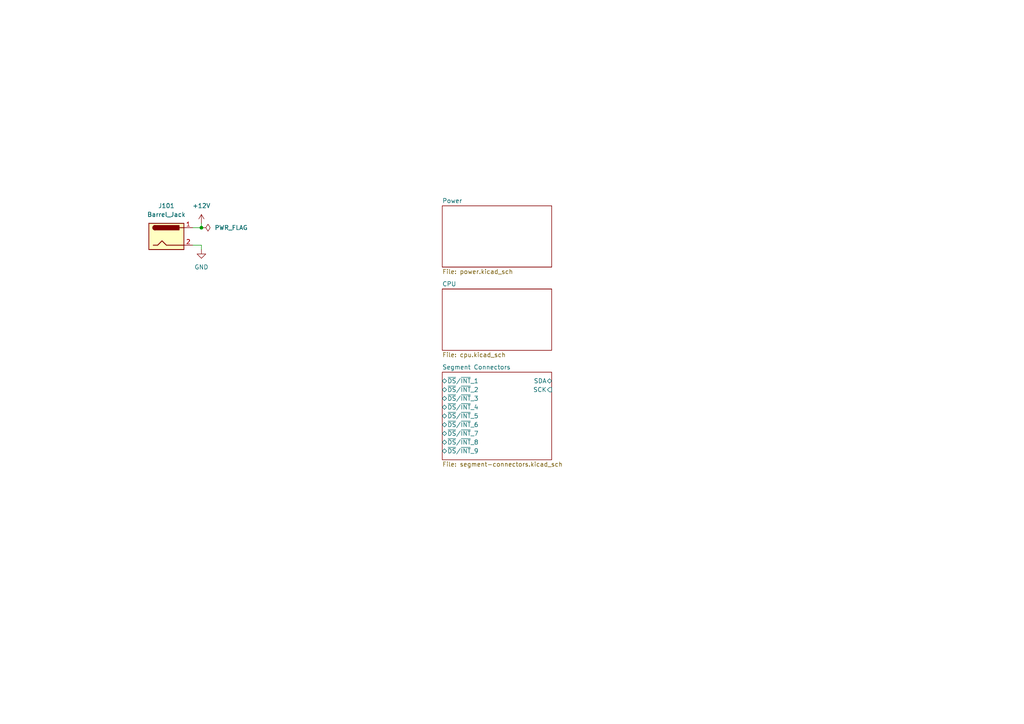
<source format=kicad_sch>
(kicad_sch (version 20230121) (generator eeschema)
  (paper "A4")
  (lib_symbols
    (symbol "Connector:Barrel_Jack" (pin_names (offset 1.016))
      (property "Reference" "J" (at 0 5.334 0))
      (property "Value" "Barrel_Jack" (at 0 -5.08 0))
      (symbol "Barrel_Jack_0_1"
        (rectangle (start -5.08 3.81) (end 5.08 -3.81) (stroke (width 0.254)) (fill (type background)))
        (arc (start -3.302 3.175) (mid -3.9343 2.54) (end -3.302 1.905) (stroke (width 0.254)))
        (arc (start -3.302 3.175) (mid -3.9343 2.54) (end -3.302 1.905) (stroke (width 0.254)) (fill (type outline)))
        (polyline (pts (xy 5.08 2.54) (xy 3.81 2.54)) (stroke (width 0.254)))
        (polyline (pts (xy -3.81 -2.54) (xy -2.54 -2.54) (xy -1.27 -1.27) (xy 0 -2.54) (xy 2.54 -2.54) (xy 5.08 -2.54)) (stroke (width 0.254)))
        (rectangle (start 3.683 3.175) (end -3.302 1.905) (stroke (width 0.254)) (fill (type outline)))
      )
      (symbol "Barrel_Jack_1_1"
        (pin passive line (at 7.62 2.54 180) (length 2.54) (name "~") (number "1"))
        (pin passive line (at 7.62 -2.54 180) (length 2.54) (name "~") (number "2"))
      )
    )
    (symbol "power:+12V" (power) (pin_names (offset 0))
      (property "Value" "+12V" (at 0 3.556 0))
      (symbol "+12V_0_1"
        (polyline (pts (xy -0.762 1.27) (xy 0 2.54)))
        (polyline (pts (xy 0 0) (xy 0 2.54)))
        (polyline (pts (xy 0 2.54) (xy 0.762 1.27)))
      )
      (symbol "+12V_1_1"
        (pin power_in line (at 0 0 90) (length 0) hide (name "+12V") (number "1"))
      )
    )
    (symbol "power:GND" (power) (pin_names (offset 0))
      (property "Value" "GND" (at 0 -3.81 0))
      (symbol "GND_0_1"
        (polyline (pts (xy 0 0) (xy 0 -1.27) (xy 1.27 -1.27) (xy 0 -2.54) (xy -1.27 -1.27) (xy 0 -1.27)))
      )
      (symbol "GND_1_1"
        (pin power_in line (at 0 0 270) (length 0) hide (name "GND") (number "1"))
      )
    )
    (symbol "power:PWR_FLAG" (power) (pin_numbers hide) (pin_names (offset 0) hide)
      (property "Value" "PWR_FLAG" (at 0 3.81 0))
      (symbol "PWR_FLAG_0_0"
        (pin power_out line (at 0 0 90) (length 0) (name "pwr") (number "1"))
      )
      (symbol "PWR_FLAG_0_1"
        (polyline (pts (xy 0 0) (xy 0 1.27) (xy -1.016 1.905) (xy 0 2.54) (xy 1.016 1.905) (xy 0 1.27)))
      )
    )
  )
  (junction (at 58.42 66.04))
  (wire (pts (xy 55.88 66.04) (xy 58.42 66.04)))
  (wire (pts (xy 58.42 72.39) (xy 58.42 71.12)))
  (wire (pts (xy 58.42 66.04) (xy 58.42 64.77)))
  (wire (pts (xy 58.42 71.12) (xy 55.88 71.12)))
  (symbol (lib_id "power:PWR_FLAG") (at 58.42 66.04 270) (unit 1)
    (property "Reference" "#FLG0101" (effects hide))
    (property "Value" "PWR_FLAG" (at 62.23 66.04 90) (effects (justify left)))
  )
  (symbol (lib_id "power:GND") (at 58.42 72.39 0) (unit 1)
    (property "Reference" "#PWR0102" (effects hide))
    (property "Value" "GND" (at 58.42 77.47 0))
  )
  (symbol (lib_id "Connector:Barrel_Jack") (at 48.26 68.58 0) (unit 1)
    (property "Reference" "J101" (at 48.26 59.69 0))
    (property "Value" "Barrel_Jack" (at 48.26 62.23 0))
  )
  (symbol (lib_id "power:+12V") (at 58.42 64.77 0) (unit 1)
    (property "Reference" "#PWR0101" (effects hide))
    (property "Value" "+12V" (at 58.42 59.69 0))
  )
  (sheet (at 128.27 59.69) (size 31.75 17.78) (stroke (width 0.1524))
    (property "Sheetname" "Power" (at 128.27 58.9784 0) (effects (justify left bottom)))
    (property "Sheetfile" "power.kicad_sch" (at 128.27 78.0546 0) (effects (justify left top)))
  )
  (sheet (at 128.27 83.82) (size 31.75 17.78) (stroke (width 0.1524))
    (property "Sheetname" "CPU" (at 128.27 83.1084 0) (effects (justify left bottom)))
    (property "Sheetfile" "cpu.kicad_sch" (at 128.27 102.1846 0) (effects (justify left top)))
  )
  (sheet (at 128.27 107.95) (size 31.75 25.4) (stroke (width 0.1524))
    (property "Sheetname" "Segment Connectors" (at 128.27 107.2384 0) (effects (justify left bottom)))
    (property "Sheetfile" "segment-connectors.kicad_sch" (at 128.27 133.9346 0) (effects (justify left top)))
    (pin "SDA" bidirectional (at 160.02 110.49 0))
    (pin "SCK" input (at 160.02 113.03 0))
    (pin "~{DS}{slash}~{INT}_4" bidirectional (at 128.27 118.11 180))
    (pin "~{DS}{slash}~{INT}_7" bidirectional (at 128.27 125.73 180))
    (pin "~{DS}{slash}~{INT}_1" bidirectional (at 128.27 110.49 180))
    (pin "~{DS}{slash}~{INT}_8" bidirectional (at 128.27 128.27 180))
    (pin "~{DS}{slash}~{INT}_5" bidirectional (at 128.27 120.65 180))
    (pin "~{DS}{slash}~{INT}_3" bidirectional (at 128.27 115.57 180))
    (pin "~{DS}{slash}~{INT}_2" bidirectional (at 128.27 113.03 180))
    (pin "~{DS}{slash}~{INT}_6" bidirectional (at 128.27 123.19 180))
    (pin "~{DS}{slash}~{INT}_9" bidirectional (at 128.27 130.81 180))
  )
)
</source>
